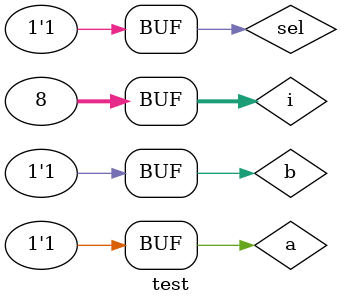
<source format=v>


module mux21(a,b,sel,y);
  input a,b,sel;
  output y;
  assign y=sel?b:a;
endmodule

//testbench code for mux21

`timescale 1ns/1ns
module test;
  reg a,b,sel;
  wire y;
  integer i;
  mux21 ins1(a,b,sel,y);
  
  initial begin 
    for(i=0; i<=7; i=i+1)
      begin
        {a,b,sel}=i;
        #5;
      end
    end
  initial
    $monitor("simtime=%t,a=%b,b=%b,sel=%b,y=%b",$time,a,b,sel,y);
endmodule

//EDAPlayground link https://www.edaplayground.com/x/Bz48

</source>
